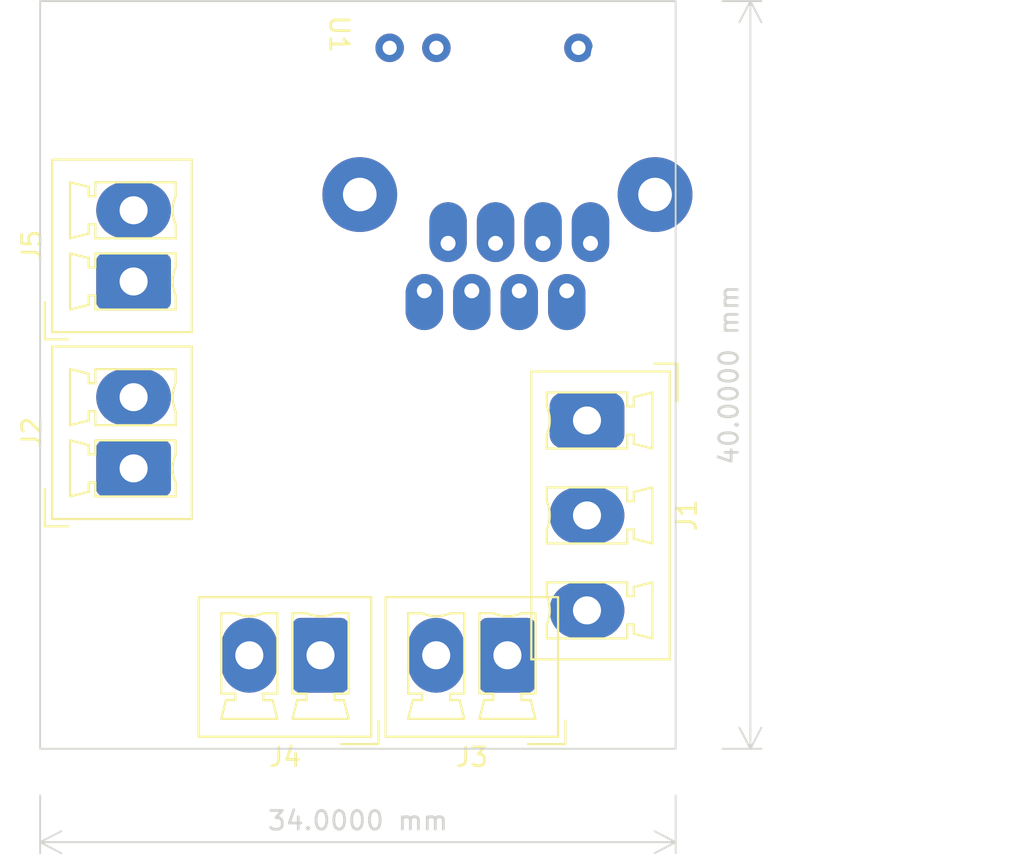
<source format=kicad_pcb>
(kicad_pcb (version 20211014) (generator pcbnew)
  (layers (0 "F.Cu" signal) (31 "B.Cu" signal) (34 "B.Paste" user) (35 "F.Paste" user) (36 "B.SilkS" user "B.Silkscreen") (37 "F.SilkS" user "F.Silkscreen") (38 "B.Mask" user) (39 "F.Mask" user) (44 "Edge.Cuts" user))
  (net 0 "")
  (net 1 "+12V")
  (net 2 "GND")
  (net 3 "/Z_PROBE")
  (net 4 "/COOLING_FANS_P")
  (net 5 "/HOTEND_TEMP_N")
  (net 6 "/HOTEND_TEMP_P")
  (net 7 "/HOTEND_FAN_P")
  (net 8 "/HOTEND_HEATER_P")
  (footprint "footprint-lib:MountingHole_3.1mm_M3,rpi_like" (layer "F.Cu") (at 103 43)
    (fp_text reference "H3" hide)
    (fp_text value "MountingHole")
    (pad "" np_thru_hole circle locked (at 0 0) (size 3.1 3.1) (drill 3.1) (layers *.Cu *.Mask) (clearance 1.5))
  )
  (footprint "footprint-lib:PhoenixContact_MCV_1,5_2-G-3.81_1x02_P3.81mm_Vertical" (layer "F.Cu") (at 105 65 90)
    (fp_text reference "J2" (at 1.9 -5.45 90) (layer "F.SilkS"))
    (fp_text value "Print Cooling Fans")
    (fp_line (start 1.5 -3.4) (end 1.25 -2.4) (layer "F.SilkS") (width 0.12))
    (fp_line (start -1.5 -3.4) (end 1.5 -3.4) (layer "F.SilkS") (width 0.12))
    (fp_line (start -1.5 2.25) (end -1.5 -2.05) (layer "F.SilkS") (width 0.12))
    (fp_line (start 0.75 -2.4) (end 0.75 -2.05) (layer "F.SilkS") (width 0.12))
    (fp_line (start 5.31 -2.05) (end 5.31 2.25) (layer "F.SilkS") (width 0.12))
    (fp_line (start 5.06 -2.4) (end 4.56 -2.4) (layer "F.SilkS") (width 0.12))
    (fp_line (start 3.06 2.25) (end 2.31 2.25) (layer "F.SilkS") (width 0.12))
    (fp_line (start -3.1 -3.5) (end -3.1 -4.75) (layer "F.SilkS") (width 0.12))
    (fp_line (start 5.31 -3.4) (end 5.06 -2.4) (layer "F.SilkS") (width 0.12))
    (fp_line (start 3.06 -2.4) (end 2.56 -2.4) (layer "F.SilkS") (width 0.12))
    (fp_line (start -3.1 -4.75) (end -1.1 -4.75) (layer "F.SilkS") (width 0.12))
    (fp_line (start -0.75 -2.05) (end -0.75 -2.4) (layer "F.SilkS") (width 0.12))
    (fp_line (start 3.06 -2.05) (end 3.06 -2.4) (layer "F.SilkS") (width 0.12))
    (fp_line (start 2.31 -3.4) (end 5.31 -3.4) (layer "F.SilkS") (width 0.12))
    (fp_line (start 1.5 -2.05) (end 1.5 2.25) (layer "F.SilkS") (width 0.12))
    (fp_line (start 2.56 -2.4) (end 2.31 -3.4) (layer "F.SilkS") (width 0.12))
    (fp_line (start 2.31 -2.05) (end 3.06 -2.05) (layer "F.SilkS") (width 0.12))
    (fp_line (start -0.75 -2.4) (end -1.25 -2.4) (layer "F.SilkS") (width 0.12))
    (fp_line (start 4.56 -2.4) (end 4.56 -2.05) (layer "F.SilkS") (width 0.12))
    (fp_line (start 1.25 -2.4) (end 0.75 -2.4) (layer "F.SilkS") (width 0.12))
    (fp_line (start -1.25 -2.4) (end -1.5 -3.4) (layer "F.SilkS") (width 0.12))
    (fp_line (start -1.5 -2.05) (end -0.75 -2.05) (layer "F.SilkS") (width 0.12))
    (fp_line (start 1.5 2.25) (end 0.75 2.25) (layer "F.SilkS") (width 0.12))
    (fp_line (start 6.52 -4.36) (end -2.71 -4.36) (layer "F.SilkS") (width 0.12))
    (fp_line (start 6.52 3.11) (end 6.52 -4.36) (layer "F.SilkS") (width 0.12))
    (fp_line (start -2.71 -4.36) (end -2.71 3.11) (layer "F.SilkS") (width 0.12))
    (fp_line (start 4.56 -2.05) (end 5.31 -2.05) (layer "F.SilkS") (width 0.12))
    (fp_line (start 0.75 -2.05) (end 1.5 -2.05) (layer "F.SilkS") (width 0.12))
    (fp_line (start -2.71 3.11) (end 6.52 3.11) (layer "F.SilkS") (width 0.12))
    (fp_line (start 2.31 2.25) (end 2.31 -2.05) (layer "F.SilkS") (width 0.12))
    (fp_line (start 5.31 2.25) (end 4.56 2.25) (layer "F.SilkS") (width 0.12))
    (fp_line (start -0.75 2.25) (end -1.5 2.25) (layer "F.SilkS") (width 0.12))
    (fp_arc (start -0.75 2.25) (mid -0.000193 2.09191) (end 0.749647 2.249844) (layer "F.SilkS") (width 0.12))
    (fp_arc (start 3.06 2.25) (mid 3.809807 2.09191) (end 4.559647 2.249844) (layer "F.SilkS") (width 0.12))
    (pad "1" thru_hole roundrect locked (at 0 0 90) (size 3 4) (drill 1.5) (layers *.Cu *.Mask) (roundrect_rratio 0.139) (net 2 "GND"))
    (pad "2" thru_hole oval locked (at 3.81 0 90) (size 3 4) (drill 1.5) (layers *.Cu *.Mask) (net 4 "/COOLING_FANS_P"))
  )
  (footprint "footprint-lib:MountingHole_3.1mm_M3,rpi_like" (layer "F.Cu") (at 103 76.905)
    (fp_text reference "H1" hide)
    (fp_text value "MountingHole")
    (pad "" np_thru_hole circle locked (at 0 0) (size 3.1 3.1) (drill 3.1) (layers *.Cu *.Mask) (clearance 1.5))
  )
  (footprint "my_connector_lib:RJ45_NETWORK_SOCKET_1CH_1_VERTICAL" (layer "F.Cu") (at 125 42.5 180)
    (fp_text reference "U1" (at 9 0.73 270 unlocked) (layer "F.SilkS"))
    (fp_text value "RJ45_NETWORK_SOCKET_1CH_LED" hide)
    (pad "" np_thru_hole circle (at -5.7 -4.1 180) (size 3.25 3.25) (drill 3.25) (layers F&B.Cu *.Mask))
    (pad "" np_thru_hole circle (at 5.7 -4.1 180) (size 3.25 3.25) (drill 3.25) (layers F&B.Cu *.Mask))
    (pad "1.1" thru_hole oval (at 4.445 -13 180) (size 2 3) (drill 0.8 (offset 0 -0.6)) (layers *.Cu *.Mask) (net 1 "+12V"))
    (pad "1.2" thru_hole oval (at 3.175 -10.46 180) (size 2 3.2) (drill 0.8 (offset 0 0.6)) (layers *.Cu *.Mask) (net 2 "GND"))
    (pad "1.3" thru_hole oval (at 1.905 -13 180) (size 2 3) (drill 0.8 (offset 0 -0.6)) (layers *.Cu *.Mask) (net 3 "/Z_PROBE"))
    (pad "1.4" thru_hole oval (at 0.635 -10.46 180) (size 2 3.2) (drill 0.8 (offset 0 0.6)) (layers *.Cu *.Mask) (net 4 "/COOLING_FANS_P"))
    (pad "1.5" thru_hole oval (at -0.635 -13 180) (size 2 3) (drill 0.8 (offset 0 -0.6)) (layers *.Cu *.Mask) (net 8 "/HOTEND_HEATER_P"))
    (pad "1.6" thru_hole oval (at -1.905 -10.46 180) (size 2 3.2) (drill 0.8 (offset 0 0.6)) (layers *.Cu *.Mask) (net 7 "/HOTEND_FAN_P"))
    (pad "1.7" thru_hole oval (at -3.175 -13 180) (size 2 3) (drill 0.8 (offset 0 -0.6)) (layers *.Cu *.Mask) (net 6 "/HOTEND_TEMP_P"))
    (pad "1.8" thru_hole oval (at -4.445 -10.46 180) (size 2 3.2) (drill 0.8 (offset 0 0.6)) (layers *.Cu *.Mask) (net 5 "/HOTEND_TEMP_N"))
    (pad "1.9" thru_hole circle (at 6.3 0 180) (size 1.524 1.524) (drill 0.762) (layers *.Cu *.Mask))
    (pad "1.10" thru_hole circle (at 3.8 0 180) (size 1.524 1.524) (drill 0.762) (layers *.Cu *.Mask))
    (pad "1.11" thru_hole circle (at -3.8 0 180) (size 1.524 1.524) (drill 0.762) (layers *.Cu *.Mask))
    (pad "1.12" thru_hole circle (at -6.3 0 180) (size 1.524 1.524) (drill 0.762) (layers *.Cu *.Mask))
    (pad "G" thru_hole circle (at -7.9 -7.85 180) (size 4 4) (drill 1.8) (layers *.Cu *.Mask))
    (pad "G" thru_hole circle (at 7.9 -7.85 180) (size 4 4) (drill 1.8) (layers *.Cu *.Mask))
  )
  (footprint "footprint-lib:PhoenixContact_MCV_1,5_2-G-3.81_1x02_P3.81mm_Vertical" (layer "F.Cu") (at 105 55 90)
    (fp_text reference "J5" (at 1.9 -5.45 90) (layer "F.SilkS"))
    (fp_text value "Hotend Heater")
    (fp_line (start 1.5 -3.4) (end 1.25 -2.4) (layer "F.SilkS") (width 0.12))
    (fp_line (start 5.31 -3.4) (end 5.06 -2.4) (layer "F.SilkS") (width 0.12))
    (fp_line (start 2.31 -3.4) (end 5.31 -3.4) (layer "F.SilkS") (width 0.12))
    (fp_line (start 2.31 -2.05) (end 3.06 -2.05) (layer "F.SilkS") (width 0.12))
    (fp_line (start 3.06 -2.05) (end 3.06 -2.4) (layer "F.SilkS") (width 0.12))
    (fp_line (start 3.06 -2.4) (end 2.56 -2.4) (layer "F.SilkS") (width 0.12))
    (fp_line (start 5.31 2.25) (end 4.56 2.25) (layer "F.SilkS") (width 0.12))
    (fp_line (start -1.25 -2.4) (end -1.5 -3.4) (layer "F.SilkS") (width 0.12))
    (fp_line (start -3.1 -4.75) (end -1.1 -4.75) (layer "F.SilkS") (width 0.12))
    (fp_line (start 5.06 -2.4) (end 4.56 -2.4) (layer "F.SilkS") (width 0.12))
    (fp_line (start 1.5 2.25) (end 0.75 2.25) (layer "F.SilkS") (width 0.12))
    (fp_line (start -1.5 -2.05) (end -0.75 -2.05) (layer "F.SilkS") (width 0.12))
    (fp_line (start 6.52 -4.36) (end -2.71 -4.36) (layer "F.SilkS") (width 0.12))
    (fp_line (start -2.71 3.11) (end 6.52 3.11) (layer "F.SilkS") (width 0.12))
    (fp_line (start 2.31 2.25) (end 2.31 -2.05) (layer "F.SilkS") (width 0.12))
    (fp_line (start -3.1 -3.5) (end -3.1 -4.75) (layer "F.SilkS") (width 0.12))
    (fp_line (start 6.52 3.11) (end 6.52 -4.36) (layer "F.SilkS") (width 0.12))
    (fp_line (start -2.71 -4.36) (end -2.71 3.11) (layer "F.SilkS") (width 0.12))
    (fp_line (start 1.25 -2.4) (end 0.75 -2.4) (layer "F.SilkS") (width 0.12))
    (fp_line (start -0.75 -2.4) (end -1.25 -2.4) (layer "F.SilkS") (width 0.12))
    (fp_line (start 0.75 -2.4) (end 0.75 -2.05) (layer "F.SilkS") (width 0.12))
    (fp_line (start -0.75 2.25) (end -1.5 2.25) (layer "F.SilkS") (width 0.12))
    (fp_line (start 3.06 2.25) (end 2.31 2.25) (layer "F.SilkS") (width 0.12))
    (fp_line (start -1.5 -3.4) (end 1.5 -3.4) (layer "F.SilkS") (width 0.12))
    (fp_line (start -1.5 2.25) (end -1.5 -2.05) (layer "F.SilkS") (width 0.12))
    (fp_line (start 4.56 -2.05) (end 5.31 -2.05) (layer "F.SilkS") (width 0.12))
    (fp_line (start 0.75 -2.05) (end 1.5 -2.05) (layer "F.SilkS") (width 0.12))
    (fp_line (start 2.56 -2.4) (end 2.31 -3.4) (layer "F.SilkS") (width 0.12))
    (fp_line (start -0.75 -2.05) (end -0.75 -2.4) (layer "F.SilkS") (width 0.12))
    (fp_line (start 1.5 -2.05) (end 1.5 2.25) (layer "F.SilkS") (width 0.12))
    (fp_line (start 5.31 -2.05) (end 5.31 2.25) (layer "F.SilkS") (width 0.12))
    (fp_line (start 4.56 -2.4) (end 4.56 -2.05) (layer "F.SilkS") (width 0.12))
    (fp_arc (start 3.06 2.25) (mid 3.809807 2.09191) (end 4.559647 2.249844) (layer "F.SilkS") (width 0.12))
    (fp_arc (start -0.75 2.25) (mid -0.000193 2.09191) (end 0.749647 2.249844) (layer "F.SilkS") (width 0.12))
    (pad "1" thru_hole roundrect locked (at 0 0 90) (size 3 4) (drill 1.5) (layers *.Cu *.Mask) (roundrect_rratio 0.139) (net 2 "GND"))
    (pad "2" thru_hole oval locked (at 3.81 0 90) (size 3 4) (drill 1.5) (layers *.Cu *.Mask) (net 8 "/HOTEND_HEATER_P"))
  )
  (footprint "footprint-lib:PhoenixContact_MCV_1,5_3-G-5.08_1x03_P5.08mm_Vertical" (layer "F.Cu") (at 129.2575 62.4375 -90)
    (fp_text reference "J1" (at 5.08 -5.35 90) (layer "F.SilkS"))
    (fp_text value "Z_Probe")
    (fp_line (start 11.41 -2.5) (end 10.91 -2.5) (layer "F.SilkS") (width 0.12))
    (fp_line (start 4.33 2.15) (end 3.58 2.15) (layer "F.SilkS") (width 0.12))
    (fp_line (start 8.91 -2.5) (end 8.66 -3.5) (layer "F.SilkS") (width 0.12))
    (fp_line (start 8.66 -2.15) (end 9.41 -2.15) (layer "F.SilkS") (width 0.12))
    (fp_line (start 9.41 2.15) (end 8.66 2.15) (layer "F.SilkS") (width 0.12))
    (fp_line (start -0.75 2.15) (end -1.5 2.15) (layer "F.SilkS") (width 0.12))
    (fp_line (start -0.75 -2.5) (end -1.25 -2.5) (layer "F.SilkS") (width 0.12))
    (fp_line (start 4.33 -2.15) (end 4.33 -2.5) (layer "F.SilkS") (width 0.12))
    (fp_line (start 6.58 2.15) (end 5.83 2.15) (layer "F.SilkS") (width 0.12))
    (fp_line (start -2.62 2.98) (end 12.78 2.98) (layer "F.SilkS") (width 0.12))
    (fp_line (start 10.91 -2.15) (end 11.66 -2.15) (layer "F.SilkS") (width 0.12))
    (fp_line (start -1.5 2.15) (end -1.5 -2.15) (layer "F.SilkS") (width 0.12))
    (fp_line (start 5.83 -2.5) (end 5.83 -2.15) (layer "F.SilkS") (width 0.12))
    (fp_line (start 5.83 -2.15) (end 6.58 -2.15) (layer "F.SilkS") (width 0.12))
    (fp_line (start 11.66 2.15) (end 10.91 2.15) (layer "F.SilkS") (width 0.12))
    (fp_line (start 1.5 2.15) (end 0.75 2.15) (layer "F.SilkS") (width 0.12))
    (fp_line (start 4.33 -2.5) (end 3.83 -2.5) (layer "F.SilkS") (width 0.12))
    (fp_line (start 9.41 -2.5) (end 8.91 -2.5) (layer "F.SilkS") (width 0.12))
    (fp_line (start 9.41 -2.15) (end 9.41 -2.5) (layer "F.SilkS") (width 0.12))
    (fp_line (start 11.66 -3.5) (end 11.41 -2.5) (layer "F.SilkS") (width 0.12))
    (fp_line (start 3.58 -3.5) (end 6.58 -3.5) (layer "F.SilkS") (width 0.12))
    (fp_line (start 1.5 -2.15) (end 1.5 2.15) (layer "F.SilkS") (width 0.12))
    (fp_line (start -0.75 -2.15) (end -0.75 -2.5) (layer "F.SilkS") (width 0.12))
    (fp_line (start 1.25 -2.5) (end 0.75 -2.5) (layer "F.SilkS") (width 0.12))
    (fp_line (start 3.58 2.15) (end 3.58 -2.15) (layer "F.SilkS") (width 0.12))
    (fp_line (start -1.5 -2.15) (end -0.75 -2.15) (layer "F.SilkS") (width 0.12))
    (fp_line (start 10.91 -2.5) (end 10.91 -2.15) (layer "F.SilkS") (width 0.12))
    (fp_line (start 12.78 -4.43) (end -2.62 -4.43) (layer "F.SilkS") (width 0.12))
    (fp_line (start 0.75 -2.15) (end 1.5 -2.15) (layer "F.SilkS") (width 0.12))
    (fp_line (start 0.75 -2.5) (end 0.75 -2.15) (layer "F.SilkS") (width 0.12))
    (fp_line (start -1.25 -2.5) (end -1.5 -3.5) (layer "F.SilkS") (width 0.12))
    (fp_line (start 6.58 -3.5) (end 6.33 -2.5) (layer "F.SilkS") (width 0.12))
    (fp_line (start 1.5 -3.5) (end 1.25 -2.5) (layer "F.SilkS") (width 0.12))
    (fp_line (start 6.58 -2.15) (end 6.58 2.15) (layer "F.SilkS") (width 0.12))
    (fp_line (start -2.62 -4.43) (end -2.62 2.98) (layer "F.SilkS") (width 0.12))
    (fp_line (start -1.5 -3.5) (end 1.5 -3.5) (layer "F.SilkS") (width 0.12))
    (fp_line (start -3.04 -3.6) (end -3.04 -4.85) (layer "F.SilkS") (width 0.12))
    (fp_line (start 3.83 -2.5) (end 3.58 -3.5) (layer "F.SilkS") (width 0.12))
    (fp_line (start 12.78 2.98) (end 12.78 -4.43) (layer "F.SilkS") (width 0.12))
    (fp_line (start -3.04 -4.85) (end -1.04 -4.85) (layer "F.SilkS") (width 0.12))
    (fp_line (start 6.33 -2.5) (end 5.83 -2.5) (layer "F.SilkS") (width 0.12))
    (fp_line (start 8.66 2.15) (end 8.66 -2.15) (layer "F.SilkS") (width 0.12))
    (fp_line (start 8.66 -3.5) (end 11.66 -3.5) (layer "F.SilkS") (width 0.12))
    (fp_line (start 3.58 -2.15) (end 4.33 -2.15) (layer "F.SilkS") (width 0.12))
    (fp_line (start 11.66 -2.15) (end 11.66 2.15) (layer "F.SilkS") (width 0.12))
    (fp_arc (start 4.33 2.15) (mid 5.079807 1.99191) (end 5.829647 2.149844) (layer "F.SilkS") (width 0.12))
    (fp_arc (start -0.75 2.15) (mid -0.000193 1.99191) (end 0.749647 2.149844) (layer "F.SilkS") (width 0.12))
    (fp_arc (start 9.41 2.15) (mid 10.159807 1.99191) (end 10.909647 2.149844) (layer "F.SilkS") (width 0.12))
    (pad "1" thru_hole roundrect locked (at 0 0 270) (size 3 4) (drill 1.5) (layers *.Cu *.Mask) (net 3 "/Z_PROBE"))
    (pad "2" thru_hole oval locked (at 5.08 0 270) (size 3 4) (drill 1.5) (layers *.Cu *.Mask) (net 2 "GND"))
    (pad "3" thru_hole oval locked (at 10.16 0 270) (size 3 4) (drill 1.5) (layers *.Cu *.Mask) (net 1 "+12V"))
  )
  (footprint "footprint-lib:MountingHole_3.1mm_M3,rpi_like" (layer "F.Cu") (at 147.5 75)
    (fp_text reference "H4" hide)
    (fp_text value "MountingHole")
    (pad "" np_thru_hole circle locked (at 0 0) (size 3.1 3.1) (drill 3.1) (layers *.Cu *.Mask) (clearance 1.5))
  )
  (footprint "footprint-lib:PhoenixContact_MCV_1,5_2-G-3.81_1x02_P3.81mm_Vertical" (layer "F.Cu") (at 125 75 180)
    (fp_text reference "J3" (at 1.9 -5.45) (layer "F.SilkS"))
    (fp_text value "Hotend Temp")
    (fp_line (start -2.71 -4.36) (end -2.71 3.11) (layer "F.SilkS") (width 0.12))
    (fp_line (start -1.25 -2.4) (end -1.5 -3.4) (layer "F.SilkS") (width 0.12))
    (fp_line (start -0.75 2.25) (end -1.5 2.25) (layer "F.SilkS") (width 0.12))
    (fp_line (start 3.06 -2.05) (end 3.06 -2.4) (layer "F.SilkS") (width 0.12))
    (fp_line (start 5.31 2.25) (end 4.56 2.25) (layer "F.SilkS") (width 0.12))
    (fp_line (start -1.5 -2.05) (end -0.75 -2.05) (layer "F.SilkS") (width 0.12))
    (fp_line (start 2.56 -2.4) (end 2.31 -3.4) (layer "F.SilkS") (width 0.12))
    (fp_line (start -2.71 3.11) (end 6.52 3.11) (layer "F.SilkS") (width 0.12))
    (fp_line (start 1.5 2.25) (end 0.75 2.25) (layer "F.SilkS") (width 0.12))
    (fp_line (start -0.75 -2.05) (end -0.75 -2.4) (layer "F.SilkS") (width 0.12))
    (fp_line (start -0.75 -2.4) (end -1.25 -2.4) (layer "F.SilkS") (width 0.12))
    (fp_line (start -3.1 -4.75) (end -1.1 -4.75) (layer "F.SilkS") (width 0.12))
    (fp_line (start 0.75 -2.05) (end 1.5 -2.05) (layer "F.SilkS") (width 0.12))
    (fp_line (start 6.52 3.11) (end 6.52 -4.36) (layer "F.SilkS") (width 0.12))
    (fp_line (start 3.06 2.25) (end 2.31 2.25) (layer "F.SilkS") (width 0.12))
    (fp_line (start 5.06 -2.4) (end 4.56 -2.4) (layer "F.SilkS") (width 0.12))
    (fp_line (start -1.5 2.25) (end -1.5 -2.05) (layer "F.SilkS") (width 0.12))
    (fp_line (start 6.52 -4.36) (end -2.71 -4.36) (layer "F.SilkS") (width 0.12))
    (fp_line (start 2.31 -3.4) (end 5.31 -3.4) (layer "F.SilkS") (width 0.12))
    (fp_line (start 4.56 -2.05) (end 5.31 -2.05) (layer "F.SilkS") (width 0.12))
    (fp_line (start 2.31 2.25) (end 2.31 -2.05) (layer "F.SilkS") (width 0.12))
    (fp_line (start -3.1 -3.5) (end -3.1 -4.75) (layer "F.SilkS") (width 0.12))
    (fp_line (start 0.75 -2.4) (end 0.75 -2.05) (layer "F.SilkS") (width 0.12))
    (fp_line (start 2.31 -2.05) (end 3.06 -2.05) (layer "F.SilkS") (width 0.12))
    (fp_line (start 4.56 -2.4) (end 4.56 -2.05) (layer "F.SilkS") (width 0.12))
    (fp_line (start 1.25 -2.4) (end 0.75 -2.4) (layer "F.SilkS") (width 0.12))
    (fp_line (start 1.5 -2.05) (end 1.5 2.25) (layer "F.SilkS") (width 0.12))
    (fp_line (start 1.5 -3.4) (end 1.25 -2.4) (layer "F.SilkS") (width 0.12))
    (fp_line (start -1.5 -3.4) (end 1.5 -3.4) (layer "F.SilkS") (width 0.12))
    (fp_line (start 5.31 -3.4) (end 5.06 -2.4) (layer "F.SilkS") (width 0.12))
    (fp_line (start 5.31 -2.05) (end 5.31 2.25) (layer "F.SilkS") (width 0.12))
    (fp_line (start 3.06 -2.4) (end 2.56 -2.4) (layer "F.SilkS") (width 0.12))
    (fp_arc (start -0.75 2.25) (mid -0.000193 2.09191) (end 0.749647 2.249844) (layer "F.SilkS") (width 0.12))
    (fp_arc (start 3.06 2.25) (mid 3.809807 2.09191) (end 4.559647 2.249844) (layer "F.SilkS") (width 0.12))
    (pad "1" thru_hole roundrect locked (at 0 0 180) (size 3 4) (drill 1.5) (layers *.Cu *.Mask) (roundrect_rratio 0.139) (net 6 "/HOTEND_TEMP_P"))
    (pad "2" thru_hole oval locked (at 3.81 0 180) (size 3 4) (drill 1.5) (layers *.Cu *.Mask) (net 5 "/HOTEND_TEMP_N"))
  )
  (footprint "footprint-lib:MountingHole_3.1mm_M3,rpi_like" (layer "F.Cu") (at 131 43)
    (fp_text reference "H2" hide)
    (fp_text value "MountingHole")
    (pad "" np_thru_hole circle locked (at 0 0) (size 3.1 3.1) (drill 3.1) (layers *.Cu *.Mask) (clearance 1.5))
  )
  (footprint "footprint-lib:PhoenixContact_MCV_1,5_2-G-3.81_1x02_P3.81mm_Vertical" (layer "F.Cu") (at 115 75 180)
    (fp_text reference "J4" (at 1.9 -5.45) (layer "F.SilkS"))
    (fp_text value "Hotend Fan")
    (fp_line (start 4.56 -2.4) (end 4.56 -2.05) (layer "F.SilkS") (width 0.12))
    (fp_line (start 5.31 -3.4) (end 5.06 -2.4) (layer "F.SilkS") (width 0.12))
    (fp_line (start -1.5 -2.05) (end -0.75 -2.05) (layer "F.SilkS") (width 0.12))
    (fp_line (start -2.71 3.11) (end 6.52 3.11) (layer "F.SilkS") (width 0.12))
    (fp_line (start 2.31 -2.05) (end 3.06 -2.05) (layer "F.SilkS") (width 0.12))
    (fp_line (start -0.75 -2.05) (end -0.75 -2.4) (layer "F.SilkS") (width 0.12))
    (fp_line (start 3.06 -2.4) (end 2.56 -2.4) (layer "F.SilkS") (width 0.12))
    (fp_line (start -0.75 2.25) (end -1.5 2.25) (layer "F.SilkS") (width 0.12))
    (fp_line (start 2.56 -2.4) (end 2.31 -3.4) (layer "F.SilkS") (width 0.12))
    (fp_line (start -3.1 -4.75) (end -1.1 -4.75) (layer "F.SilkS") (width 0.12))
    (fp_line (start 1.5 -2.05) (end 1.5 2.25) (layer "F.SilkS") (width 0.12))
    (fp_line (start -1.5 -3.4) (end 1.5 -3.4) (layer "F.SilkS") (width 0.12))
    (fp_line (start -1.25 -2.4) (end -1.5 -3.4) (layer "F.SilkS") (width 0.12))
    (fp_line (start 0.75 -2.4) (end 0.75 -2.05) (layer "F.SilkS") (width 0.12))
    (fp_line (start 3.06 2.25) (end 2.31 2.25) (layer "F.SilkS") (width 0.12))
    (fp_line (start 2.31 2.25) (end 2.31 -2.05) (layer "F.SilkS") (width 0.12))
    (fp_line (start -0.75 -2.4) (end -1.25 -2.4) (layer "F.SilkS") (width 0.12))
    (fp_line (start 4.56 -2.05) (end 5.31 -2.05) (layer "F.SilkS") (width 0.12))
    (fp_line (start -1.5 2.25) (end -1.5 -2.05) (layer "F.SilkS") (width 0.12))
    (fp_line (start 5.06 -2.4) (end 4.56 -2.4) (layer "F.SilkS") (width 0.12))
    (fp_line (start -3.1 -3.5) (end -3.1 -4.75) (layer "F.SilkS") (width 0.12))
    (fp_line (start 1.25 -2.4) (end 0.75 -2.4) (layer "F.SilkS") (width 0.12))
    (fp_line (start 1.5 -3.4) (end 1.25 -2.4) (layer "F.SilkS") (width 0.12))
    (fp_line (start 2.31 -3.4) (end 5.31 -3.4) (layer "F.SilkS") (width 0.12))
    (fp_line (start -2.71 -4.36) (end -2.71 3.11) (layer "F.SilkS") (width 0.12))
    (fp_line (start 3.06 -2.05) (end 3.06 -2.4) (layer "F.SilkS") (width 0.12))
    (fp_line (start 6.52 3.11) (end 6.52 -4.36) (layer "F.SilkS") (width 0.12))
    (fp_line (start 5.31 -2.05) (end 5.31 2.25) (layer "F.SilkS") (width 0.12))
    (fp_line (start 1.5 2.25) (end 0.75 2.25) (layer "F.SilkS") (width 0.12))
    (fp_line (start 5.31 2.25) (end 4.56 2.25) (layer "F.SilkS") (width 0.12))
    (fp_line (start 0.75 -2.05) (end 1.5 -2.05) (layer "F.SilkS") (width 0.12))
    (fp_line (start 6.52 -4.36) (end -2.71 -4.36) (layer "F.SilkS") (width 0.12))
    (fp_arc (start 3.06 2.25) (mid 3.809807 2.09191) (end 4.559647 2.249844) (layer "F.SilkS") (width 0.12))
    (fp_arc (start -0.75 2.25) (mid -0.000193 2.09191) (end 0.749647 2.249844) (layer "F.SilkS") (width 0.12))
    (pad "1" thru_hole roundrect locked (at 0 0 180) (size 3 4) (drill 1.5) (layers *.Cu *.Mask) (roundrect_rratio 0.139) (net 2 "GND"))
    (pad "2" thru_hole oval locked (at 3.81 0 180) (size 3 4) (drill 1.5) (layers *.Cu *.Mask) (net 7 "/HOTEND_FAN_P"))
  )
  (gr_rect (start 100 40) (end 134 80) (layer "Edge.Cuts") (width 0.1) (fill none))
  (dimension (type aligned) (layer "Edge.Cuts") (pts (xy 136 40) (xy 136 80)) (height -2) (gr_text "40.0000 mm" (at 136.85 60 90) (layer "Edge.Cuts") (effects (font (size 1 1) (thickness 0.15)))) (format (units 3) (units_format 1) (precision 4)) (style (thickness 0.1) (arrow_length 1.27) (text_position_mode 0) (extension_height 0.58642) (extension_offset 0.5) keep_text_aligned))
  (dimension (type aligned) (layer "Edge.Cuts") (pts (xy 100 82.000001) (xy 134 82.000001)) (height 2.999999) (gr_text "34.0000 mm" (at 117 83.85) (layer "Edge.Cuts") (effects (font (size 1 1) (thickness 0.15)))) (format (units 3) (units_format 1) (precision 4)) (style (thickness 0.1) (arrow_length 1.27) (text_position_mode 0) (extension_height 0.58642) (extension_offset 0.5) keep_text_aligned))
)
</source>
